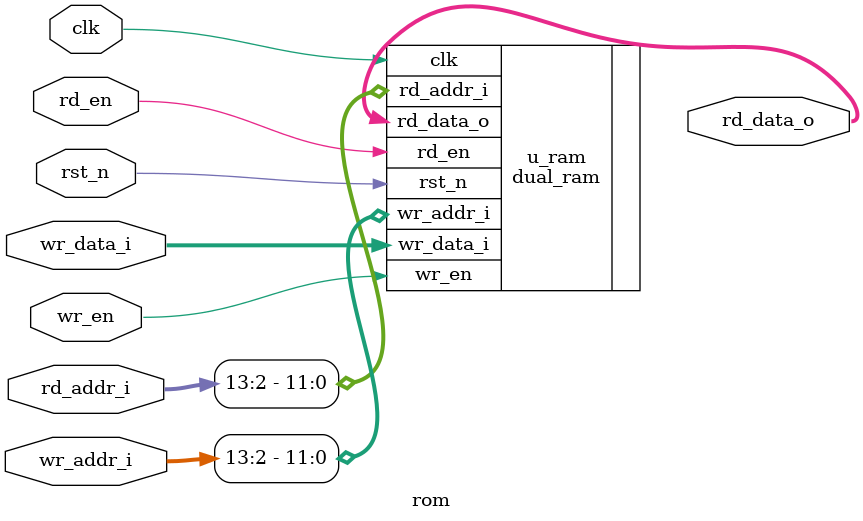
<source format=v>
/*  Ãû³Æ£ºrom
    ×÷ÓÃ£ºÖ¸Áî´æ´¢Æ÷£¬Í¨¹ýÀý»¯ramµÃµ½£¬Ð´¶Ë¿ÚÓÃÓÚÉÕÂ¼»ã±à³ÌÐò
    ÈÕÆÚ£º2024/9/12
    ×÷Õß£º¾°ÂÌ´¨
    °æ±¾£º1.1 */

module rom #(
    parameter WIDTH = 32
) (
    input               clk,
    input               rst_n,

    // wr
    input               wr_en,
    input [WIDTH-1:0]   wr_addr_i,
    input [WIDTH-1:0]   wr_data_i,


    // rd
    input               rd_en,
    input [WIDTH-1:0]   rd_addr_i,
    output[WIDTH-1:0]   rd_data_o
);

    dual_ram #(
        .DW         (WIDTH),
        .AW         ('d12),
        .MEM_NUM    ('d4096)
    ) u_ram(
        .clk        (clk),
        .rst_n      (rst_n),

        // wr
        .wr_en      (wr_en),
        .wr_addr_i  (wr_addr_i[13:2]),
        .wr_data_i  (wr_data_i),


        // rd
        .rd_en      (rd_en),
        .rd_addr_i  (rd_addr_i[13:2]),
        .rd_data_o  (rd_data_o)
    );

    
endmodule
</source>
